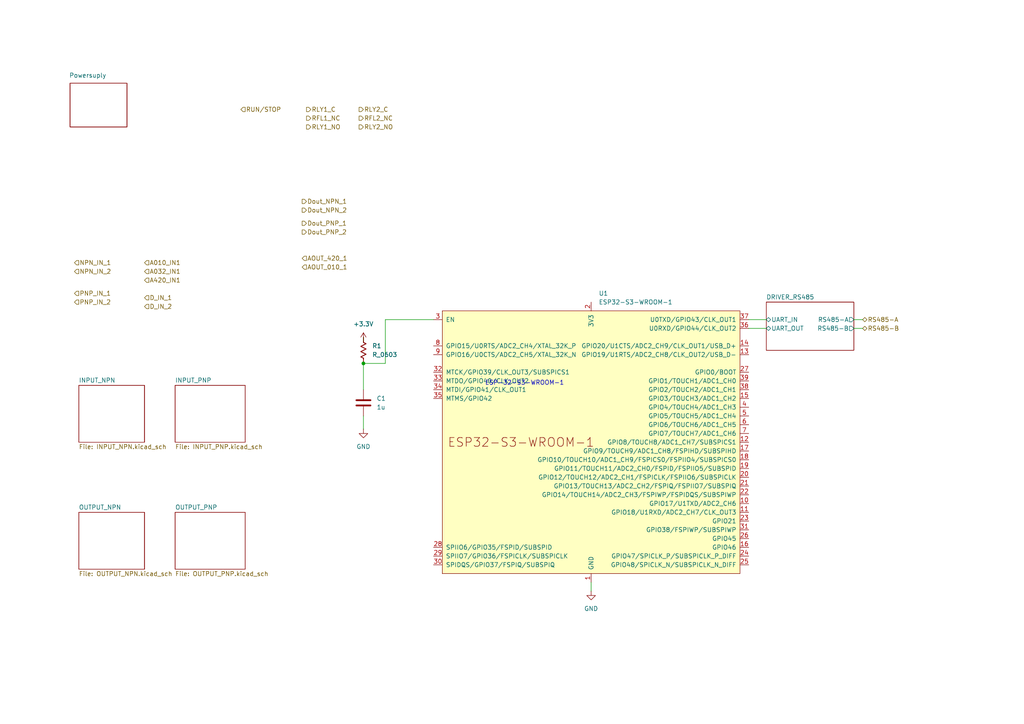
<source format=kicad_sch>
(kicad_sch (version 20231120) (generator "eeschema") (generator_version "8.0")
  (paper "A4")
  (lib_symbols
    (symbol "Espressif:ESP32-S3-WROOM-1" (pin_names (offset 1.016))
      (property "Reference" "U" (at -43.18 43.18 0))
      (property "Value" "ESP32-S3-WROOM-1" (at -43.18 40.64 0))
      (symbol "ESP32-S3-WROOM-1_0_0"
        (text "ESP32-S3-WROOM-1" (at -20.32 0 0) (effects (font (size 2.54 2.54))))
        (pin power_in line (at 0 -40.64 90) (length 2.54) (name "GND") (number "1"))
        (pin bidirectional line (at 45.72 -17.78 180) (length 2.54) (name "GPIO17/U1TXD/ADC2_CH6") (number "10"))
        (pin bidirectional line (at 45.72 -20.32 180) (length 2.54) (name "GPIO18/U1RXD/ADC2_CH7/CLK_OUT3") (number "11"))
        (pin bidirectional line (at 45.72 0 180) (length 2.54) (name "GPIO8/TOUCH8/ADC1_CH7/SUBSPICS1") (number "12"))
        (pin bidirectional line (at 45.72 25.4 180) (length 2.54) (name "GPIO19/U1RTS/ADC2_CH8/CLK_OUT2/USB_D-") (number "13"))
        (pin bidirectional line (at 45.72 27.94 180) (length 2.54) (name "GPIO20/U1CTS/ADC2_CH9/CLK_OUT1/USB_D+") (number "14"))
        (pin bidirectional line (at 45.72 12.7 180) (length 2.54) (name "GPIO3/TOUCH3/ADC1_CH2") (number "15"))
        (pin bidirectional line (at 45.72 -30.48 180) (length 2.54) (name "GPIO46") (number "16"))
        (pin bidirectional line (at 45.72 -2.54 180) (length 2.54) (name "GPIO9/TOUCH9/ADC1_CH8/FSPIHD/SUBSPIHD") (number "17"))
        (pin bidirectional line (at 45.72 -5.08 180) (length 2.54) (name "GPIO10/TOUCH10/ADC1_CH9/FSPICS0/FSPIIO4/SUBSPICS0") (number "18"))
        (pin bidirectional line (at 45.72 -7.62 180) (length 2.54) (name "GPIO11/TOUCH11/ADC2_CH0/FSPID/FSPIIO5/SUBSPID") (number "19"))
        (pin power_in line (at 0 40.64 270) (length 2.54) (name "3V3") (number "2"))
        (pin bidirectional line (at 45.72 -10.16 180) (length 2.54) (name "GPIO12/TOUCH12/ADC2_CH1/FSPICLK/FSPIIO6/SUBSPICLK") (number "20"))
        (pin bidirectional line (at 45.72 -12.7 180) (length 2.54) (name "GPIO13/TOUCH13/ADC2_CH2/FSPIQ/FSPIIO7/SUBSPIQ") (number "21"))
        (pin bidirectional line (at 45.72 -15.24 180) (length 2.54) (name "GPIO14/TOUCH14/ADC2_CH3/FSPIWP/FSPIDQS/SUBSPIWP") (number "22"))
        (pin bidirectional line (at 45.72 -22.86 180) (length 2.54) (name "GPIO21") (number "23"))
        (pin bidirectional line (at 45.72 -33.02 180) (length 2.54) (name "GPIO47/SPICLK_P/SUBSPICLK_P_DIFF") (number "24"))
        (pin bidirectional line (at 45.72 -35.56 180) (length 2.54) (name "GPIO48/SPICLK_N/SUBSPICLK_N_DIFF") (number "25"))
        (pin bidirectional line (at 45.72 -27.94 180) (length 2.54) (name "GPIO45") (number "26"))
        (pin bidirectional line (at 45.72 20.32 180) (length 2.54) (name "GPIO0/BOOT") (number "27"))
        (pin bidirectional line (at -45.72 -30.48 0) (length 2.54) (name "SPIIO6/GPIO35/FSPID/SUBSPID") (number "28"))
        (pin bidirectional line (at -45.72 -33.02 0) (length 2.54) (name "SPIIO7/GPIO36/FSPICLK/SUBSPICLK") (number "29"))
        (pin input line (at -45.72 35.56 0) (length 2.54) (name "EN") (number "3"))
        (pin bidirectional line (at -45.72 -35.56 0) (length 2.54) (name "SPIDQS/GPIO37/FSPIQ/SUBSPIQ") (number "30"))
        (pin bidirectional line (at 45.72 -25.4 180) (length 2.54) (name "GPIO38/FSPIWP/SUBSPIWP") (number "31"))
        (pin bidirectional line (at -45.72 20.32 0) (length 2.54) (name "MTCK/GPIO39/CLK_OUT3/SUBSPICS1") (number "32"))
        (pin bidirectional line (at -45.72 17.78 0) (length 2.54) (name "MTDO/GPIO40/CLK_OUT2") (number "33"))
        (pin bidirectional line (at -45.72 15.24 0) (length 2.54) (name "MTDI/GPIO41/CLK_OUT1") (number "34"))
        (pin bidirectional line (at -45.72 12.7 0) (length 2.54) (name "MTMS/GPIO42") (number "35"))
        (pin bidirectional line (at 45.72 33.02 180) (length 2.54) (name "U0RXD/GPIO44/CLK_OUT2") (number "36"))
        (pin bidirectional line (at 45.72 35.56 180) (length 2.54) (name "U0TXD/GPIO43/CLK_OUT1") (number "37"))
        (pin bidirectional line (at 45.72 15.24 180) (length 2.54) (name "GPIO2/TOUCH2/ADC1_CH1") (number "38"))
        (pin bidirectional line (at 45.72 17.78 180) (length 2.54) (name "GPIO1/TOUCH1/ADC1_CH0") (number "39"))
        (pin bidirectional line (at 45.72 10.16 180) (length 2.54) (name "GPIO4/TOUCH4/ADC1_CH3") (number "4"))
        (pin passive line (at 0 -40.64 90) (length 2.54) hide (name "GND") (number "40"))
        (pin passive line (at 0 -40.64 90) (length 2.54) hide (name "GND") (number "41"))
        (pin bidirectional line (at 45.72 7.62 180) (length 2.54) (name "GPIO5/TOUCH5/ADC1_CH4") (number "5"))
        (pin bidirectional line (at 45.72 5.08 180) (length 2.54) (name "GPIO6/TOUCH6/ADC1_CH5") (number "6"))
        (pin bidirectional line (at 45.72 2.54 180) (length 2.54) (name "GPIO7/TOUCH7/ADC1_CH6") (number "7"))
        (pin bidirectional line (at -45.72 27.94 0) (length 2.54) (name "GPIO15/U0RTS/ADC2_CH4/XTAL_32K_P") (number "8"))
        (pin bidirectional line (at -45.72 25.4 0) (length 2.54) (name "GPIO16/U0CTS/ADC2_CH5/XTAL_32K_N") (number "9"))
      )
      (symbol "ESP32-S3-WROOM-1_0_1"
        (rectangle (start -43.18 38.1) (end 43.18 -38.1) (fill (type background)))
      )
    )
    (symbol "PCM_Capacitor_AKL:C_0603" (pin_numbers hide) (pin_names (offset 0.254))
      (property "Reference" "C" (at 0.635 2.54 0))
      (property "Value" "C_0603" (at 0.635 -2.54 0))
      (symbol "C_0603_0_1"
        (polyline (pts (xy -2.032 -0.762) (xy 2.032 -0.762)) (stroke (width 0.508)))
        (polyline (pts (xy -2.032 0.762) (xy 2.032 0.762)) (stroke (width 0.508)))
      )
      (symbol "C_0603_0_2"
        (polyline (pts (xy -2.54 -2.54) (xy -0.381 -0.381)))
        (polyline (pts (xy -0.508 -0.508) (xy -1.651 0.635)) (stroke (width 0.508)))
        (polyline (pts (xy -0.508 -0.508) (xy 0.635 -1.651)) (stroke (width 0.508)))
        (polyline (pts (xy 0.381 0.381) (xy 2.54 2.54)))
        (polyline (pts (xy 0.508 0.508) (xy -0.635 1.651)) (stroke (width 0.508)))
        (polyline (pts (xy 0.508 0.508) (xy 1.651 -0.635)) (stroke (width 0.508)))
      )
      (symbol "C_0603_1_1"
        (pin passive line (at 0 3.81 270) (length 2.794) (name "~") (number "1"))
        (pin passive line (at 0 -3.81 90) (length 2.794) (name "~") (number "2"))
      )
      (symbol "C_0603_1_2"
        (pin passive line (at 2.54 2.54 270) (length 0) (name "~") (number "1"))
        (pin passive line (at -2.54 -2.54 90) (length 0) (name "~") (number "2"))
      )
    )
    (symbol "PCM_Resistor_US_AKL:R_0603" (pin_numbers hide) (pin_names (offset 0))
      (property "Reference" "R" (at 2.54 1.27 0))
      (property "Value" "R_0603" (at 2.54 -1.27 0))
      (symbol "R_0603_0_1"
        (polyline (pts (xy 0 -2.286) (xy 0 -2.54)) (stroke (width 0.254)))
        (polyline (pts (xy 0 2.286) (xy 0 2.54)) (stroke (width 0.254)))
        (polyline (pts (xy 0 2.286) (xy 0.762 1.905) (xy -0.762 1.143) (xy 0 0.762) (xy 0.762 0.381) (xy 0 0) (xy -0.762 -0.381) (xy 0 -0.762) (xy 0.762 -1.143) (xy 0 -1.524) (xy -0.762 -1.905) (xy 0 -2.286)) (stroke (width 0.254)))
      )
      (symbol "R_0603_0_2"
        (polyline (pts (xy -2.54 -2.54) (xy -1.778 -1.778)))
        (polyline (pts (xy -1.778 -1.778) (xy -1.524 -1.524)) (stroke (width 0.254)))
        (polyline (pts (xy 1.778 1.778) (xy 1.524 1.524)) (stroke (width 0.254)))
        (polyline (pts (xy 1.778 1.778) (xy 2.54 2.54)))
        (polyline (pts (xy -1.524 -1.524) (xy -1.778 -0.762) (xy -1.016 -1.016)) (stroke (width 0.254)))
        (polyline (pts (xy -0.508 -0.508) (xy -0.762 0.254) (xy 0 0)) (stroke (width 0.254)))
        (polyline (pts (xy -0.508 -0.508) (xy -0.254 -1.27) (xy -1.016 -1.016)) (stroke (width 0.254)))
        (polyline (pts (xy 0.508 0.508) (xy 0.254 1.27) (xy 1.016 1.016)) (stroke (width 0.254)))
        (polyline (pts (xy 0.508 0.508) (xy 0.762 -0.254) (xy 0 0)) (stroke (width 0.254)))
        (polyline (pts (xy 1.524 1.524) (xy 1.778 0.762) (xy 1.016 1.016)) (stroke (width 0.254)))
      )
      (symbol "R_0603_1_1"
        (pin passive line (at 0 3.81 270) (length 1.27) (name "~") (number "1"))
        (pin passive line (at 0 -3.81 90) (length 1.27) (name "~") (number "2"))
      )
      (symbol "R_0603_1_2"
        (pin passive line (at 2.54 2.54 180) (length 0) (name "") (number "1"))
        (pin passive line (at -2.54 -2.54 0) (length 0) (name "") (number "2"))
      )
    )
    (symbol "power:+3.3V" (power) (pin_numbers hide) (pin_names (offset 0) hide)
      (property "Value" "+3.3V" (at 0 3.556 0))
      (symbol "+3.3V_0_1"
        (polyline (pts (xy -0.762 1.27) (xy 0 2.54)))
        (polyline (pts (xy 0 0) (xy 0 2.54)))
        (polyline (pts (xy 0 2.54) (xy 0.762 1.27)))
      )
      (symbol "+3.3V_1_1"
        (pin power_in line (at 0 0 90) (length 0) (name "~") (number "1"))
      )
    )
    (symbol "power:GND" (power) (pin_numbers hide) (pin_names (offset 0) hide)
      (property "Value" "GND" (at 0 -3.81 0))
      (symbol "GND_0_1"
        (polyline (pts (xy 0 0) (xy 0 -1.27) (xy 1.27 -1.27) (xy 0 -2.54) (xy -1.27 -1.27) (xy 0 -1.27)))
      )
      (symbol "GND_1_1"
        (pin power_in line (at 0 0 270) (length 0) (name "~") (number "1"))
      )
    )
  )
  (junction (at 105.41 105.41))
  (wire (pts (xy 105.41 99.06) (xy 105.41 97.79)))
  (wire (pts (xy 105.41 105.41) (xy 105.41 113.03)))
  (wire (pts (xy 171.45 168.91) (xy 171.45 171.45)))
  (wire (pts (xy 217.17 92.71) (xy 222.25 92.71)))
  (wire (pts (xy 111.76 92.71) (xy 111.76 105.41)))
  (wire (pts (xy 105.41 120.65) (xy 105.41 124.46)))
  (wire (pts (xy 247.65 92.71) (xy 250.19 92.71)))
  (wire (pts (xy 111.76 105.41) (xy 105.41 105.41)))
  (wire (pts (xy 247.65 95.25) (xy 250.19 95.25)))
  (wire (pts (xy 111.76 92.71) (xy 125.73 92.71)))
  (wire (pts (xy 217.17 95.25) (xy 222.25 95.25)))
  (text_box "ESP-32-S3-WROOM-1\n" (at 139.7 109.22 0) (size 0 0) (effects (font (size 1.27 1.27)) (justify left top)))
  (hierarchical_label "Dout_NPN_2" (shape output) (at 87.63 60.96 0))
  (hierarchical_label "Dout_NPN_1" (shape output) (at 87.63 58.42 0))
  (hierarchical_label "Dout_PNP_1" (shape output) (at 87.63 64.77 0))
  (hierarchical_label "A032_IN1" (shape input) (at 41.91 78.74 0))
  (hierarchical_label "RLY1_C" (shape output) (at 88.9 31.75 0))
  (hierarchical_label "NPN_IN_2" (shape input) (at 21.59 78.74 0))
  (hierarchical_label "RLY2_C" (shape output) (at 104.14 31.75 0))
  (hierarchical_label "PNP_IN_2" (shape input) (at 21.59 87.63 0))
  (hierarchical_label "Dout_PNP_2" (shape output) (at 87.63 67.31 0))
  (hierarchical_label "PNP_IN_1" (shape input) (at 21.59 85.09 0))
  (hierarchical_label "D_IN_2" (shape input) (at 41.91 88.9 0))
  (hierarchical_label "RFL2_NC" (shape output) (at 104.14 34.29 0))
  (hierarchical_label "AOUT_420_1" (shape input) (at 87.63 74.93 0))
  (hierarchical_label "AOUT_010_1" (shape input) (at 87.63 77.47 0))
  (hierarchical_label "NPN_IN_1" (shape input) (at 21.59 76.2 0))
  (hierarchical_label "RLY2_NO" (shape output) (at 104.14 36.83 0))
  (hierarchical_label "D_IN_1" (shape input) (at 41.91 86.36 0))
  (hierarchical_label "A010_IN1" (shape input) (at 41.91 76.2 0))
  (hierarchical_label "RLY1_NO" (shape output) (at 88.9 36.83 0))
  (hierarchical_label "A420_IN1" (shape input) (at 41.91 81.28 0))
  (hierarchical_label "RS485-A" (shape bidirectional) (at 250.19 92.71 0))
  (hierarchical_label "RFL1_NC" (shape output) (at 88.9 34.29 0))
  (hierarchical_label "RUN{slash}STOP" (shape input) (at 69.85 31.75 0))
  (hierarchical_label "RS485-B" (shape bidirectional) (at 250.19 95.25 0))
  (symbol (lib_id "power:+3.3V") (at 105.41 99.06 0) (unit 1)
    (property "Reference" "#PWR09" (effects (hide yes)))
    (property "Value" "+3.3V" (at 105.41 93.98 0))
    (property "Description" "Power symbol creates a global label with name \"+3.3V\"" (effects (hide yes)))
  )
  (symbol (lib_id "PCM_Resistor_US_AKL:R_0603") (at 105.41 101.6 0) (unit 1)
    (property "Reference" "R1" (at 107.95 100.3299 0) (effects (justify left)))
    (property "Value" "R_0603" (at 107.95 102.8699 0) (effects (justify left)))
    (property "Footprint" "PCM_Resistor_SMD_AKL:R_0603_1608Metric" (effects (hide yes)))
    (property "Description" "SMD 0603 Chip Resistor, US Symbol, Alternate KiCad Library" (effects (hide yes)))
  )
  (symbol (lib_id "power:GND") (at 171.45 171.45 0) (unit 1)
    (property "Reference" "#PWR013" (effects (hide yes)))
    (property "Value" "GND" (at 171.45 176.53 0))
    (property "Description" "Power symbol creates a global label with name \"GND\" , ground" (effects (hide yes)))
  )
  (symbol (lib_id "Espressif:ESP32-S3-WROOM-1") (at 171.45 128.27 0) (unit 1)
    (property "Reference" "U1" (at 173.6441 85.09 0) (effects (justify left)))
    (property "Value" "ESP32-S3-WROOM-1" (at 173.6441 87.63 0) (effects (justify left)))
    (property "Footprint" "PCM_Espressif:ESP32-S3-WROOM-1" (effects (hide yes)))
    (property "Datasheet" "https://www.espressif.com/sites/default/files/documentation/esp32-s3-wroom-1_wroom-1u_datasheet_en.pdf" (effects (hide yes)))
    (property "Description" "2.4 GHz WiFi (802.11 b/g/n) and Bluetooth ® 5 (LE) module Built around ESP32S3 series of SoCs, Xtensa ® dualcore 32bit LX7 microprocessor Flash up to 16 MB, PSRAM up to 8 MB 36 GPIOs, rich set of peripherals Onboard PCB antenna" (effects (hide yes)))
  )
  (symbol (lib_id "power:GND") (at 105.41 124.46 0) (unit 1)
    (property "Reference" "#PWR011" (effects (hide yes)))
    (property "Value" "GND" (at 105.41 129.54 0))
    (property "Description" "Power symbol creates a global label with name \"GND\" , ground" (effects (hide yes)))
  )
  (symbol (lib_id "PCM_Capacitor_AKL:C_0603") (at 105.41 116.84 0) (unit 1)
    (property "Reference" "C1" (at 109.22 115.5699 0) (effects (justify left)))
    (property "Value" "1u" (at 109.22 118.1099 0) (effects (justify left)))
    (property "Footprint" "PCM_Capacitor_SMD_AKL:C_0603_1608Metric" (effects (hide yes)))
    (property "Description" "SMD 0603 MLCC capacitor, Alternate KiCad Library" (effects (hide yes)))
  )
  (sheet (at 50.8 148.59) (size 20.32 16.51) (stroke (width 0.1524))
    (property "Sheetname" "OUTPUT_PNP" (at 50.8 147.8784 0) (effects (justify left bottom)))
    (property "Sheetfile" "OUTPUT_PNP.kicad_sch" (at 50.8 165.6846 0) (effects (justify left top)))
  )
  (sheet (at 20.32 24.13) (size 16.51 12.7) (stroke (width 0.1524))
    (property "Sheetname" "Powersuply" (at 20.066 22.606 0) (effects (justify left bottom)))
    (property "Sheetfile" "Powersuply.kicad_sch" (effects (hide yes)))
  )
  (sheet (at 222.25 87.63) (size 25.4 13.97) (stroke (width 0.1524))
    (property "Sheetname" "DRIVER_RS485" (at 222.25 86.9184 0) (effects (justify left bottom)))
    (property "Sheetfile" "DRIVER_RS485.kicad_sch" (effects (hide yes)))
    (pin "RS485-A" output (at 247.65 92.71 0))
    (pin "RS485-B" output (at 247.65 95.25 0))
    (pin "UART_IN" bidirectional (at 222.25 92.71 180))
    (pin "UART_OUT" bidirectional (at 222.25 95.25 180))
  )
  (sheet (at 22.86 148.59) (size 19.05 16.51) (stroke (width 0.1524))
    (property "Sheetname" "OUTPUT_NPN" (at 22.86 147.8784 0) (effects (justify left bottom)))
    (property "Sheetfile" "OUTPUT_NPN.kicad_sch" (at 22.86 165.6846 0) (effects (justify left top)))
  )
  (sheet (at 50.8 111.76) (size 20.32 16.51) (stroke (width 0.1524))
    (property "Sheetname" "INPUT_PNP" (at 50.8 111.0484 0) (effects (justify left bottom)))
    (property "Sheetfile" "INPUT_PNP.kicad_sch" (at 50.8 128.8546 0) (effects (justify left top)))
  )
  (sheet (at 22.86 111.76) (size 19.05 16.51) (stroke (width 0.1524))
    (property "Sheetname" "INPUT_NPN" (at 22.86 111.0484 0) (effects (justify left bottom)))
    (property "Sheetfile" "INPUT_NPN.kicad_sch" (at 22.86 128.8546 0) (effects (justify left top)))
  )
)
</source>
